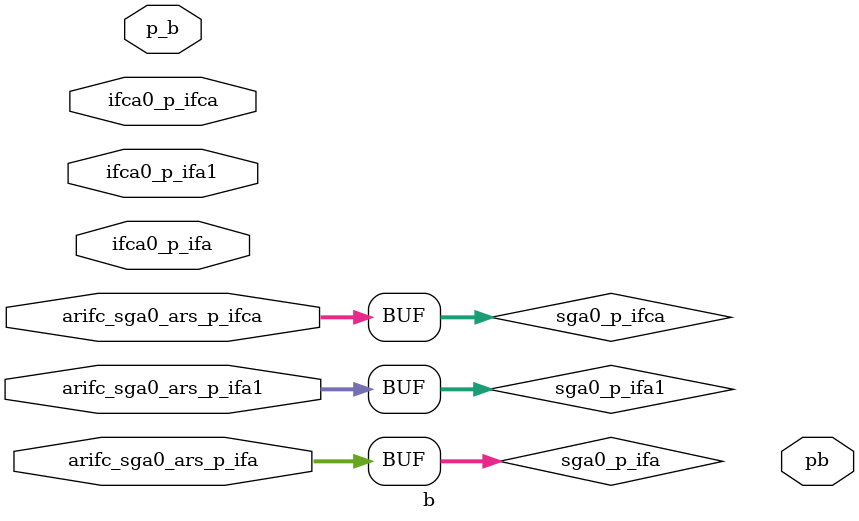
<source format=v>
`include "defines.v"

module b(p_b,
         pb,
         ifca0_p_ifca,
         ifca0_p_ifa,
         ifca0_p_ifa1,
         arifc_sga0_ars_p_ifca,
         arifc_sga0_ars_p_ifa,
         arifc_sga0_ars_p_ifa1);
// Location of source csl unit: file name = param_test2.csl line number = 50
  parameter b_x = 27;
  parameter b_z = 20;
  input [b_x - 1:0] p_b;
  input [20 - 1:0] ifca0_p_ifca;
  input [27 - 1:0] ifca0_p_ifa;
  input [51 - 1:0] ifca0_p_ifa1;
  input [20 - 1:0] arifc_sga0_ars_p_ifca;
  input [27 - 1:0] arifc_sga0_ars_p_ifa;
  input [51 - 1:0] arifc_sga0_ars_p_ifa1;
  output [b_z - 1:0] pb;
  wire [20 - 1:0] sga0_p_ifca;
  wire [27 - 1:0] sga0_p_ifa;
  wire [51 - 1:0] sga0_p_ifa1;
  assign   arifc_sga0_ars_p_ifca = sga0_p_ifca;
  assign   arifc_sga0_ars_p_ifa = sga0_p_ifa;
  assign   arifc_sga0_ars_p_ifa1 = sga0_p_ifa1;
  `include "b.logic.v"
endmodule


</source>
